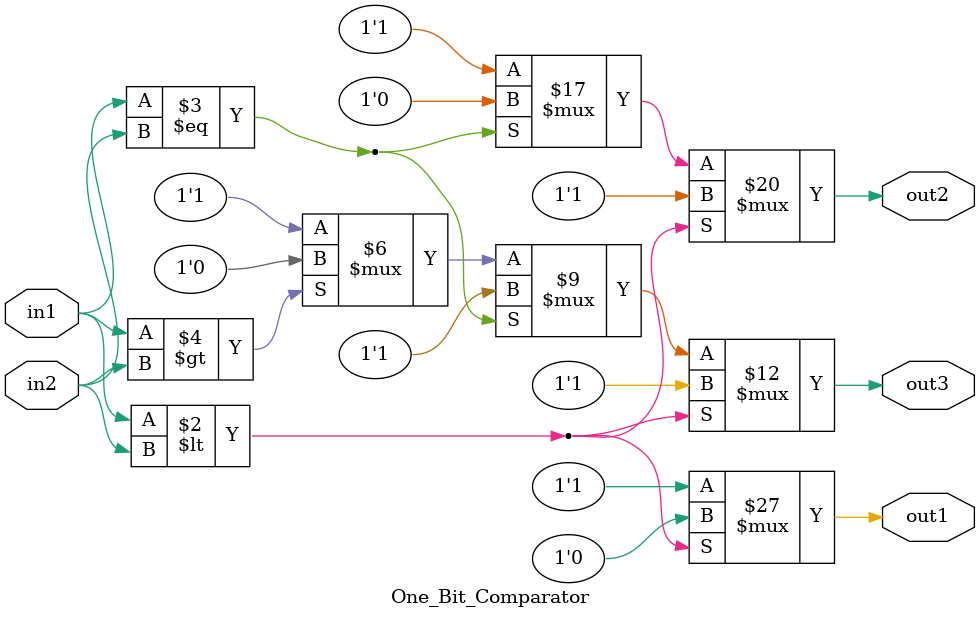
<source format=v>
module One_Bit_Comparator
(
	input 	wire	in1,
	input 	wire	in2,
	
	output	reg		out1,
	output	reg		out2,
	output	reg		out3
);

always@(*)
	begin
		if(in1<in2)
			begin
				out1<=1'b0;
				out2<=1'b1;
				out3<=1'b1;
			end
		else	if(in1==in2)
			begin
				out1<=1'b1;
				out2<=1'b0;
				out3<=1'b1;
			end
		else	if(in1>in2)
			begin
				out1<=1'b1;
				out2<=1'b1;
				out3<=1'b0;
			end
		else
			begin
				out1<=1'b1;
				out2<=1'b1;
				out3<=1'b1;
			end
	end
	
endmodule
</source>
